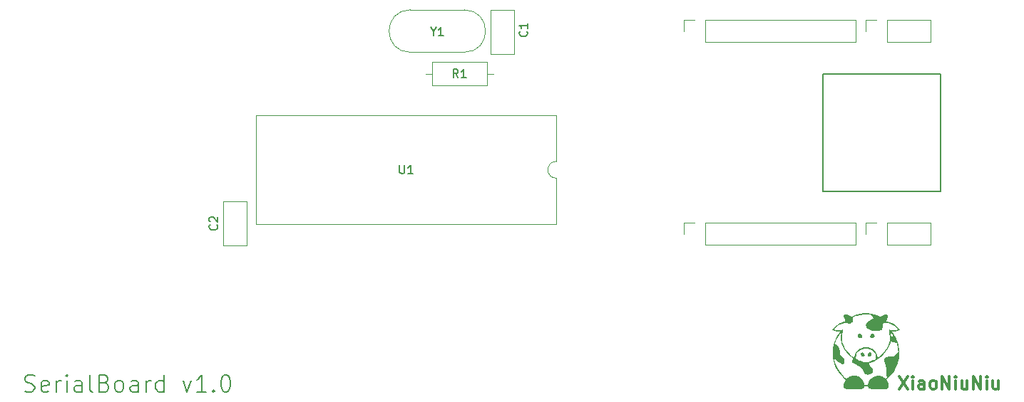
<source format=gbr>
%TF.GenerationSoftware,KiCad,Pcbnew,7.0.6*%
%TF.CreationDate,2023-07-08T15:29:37+08:00*%
%TF.ProjectId,SerialBoard,53657269-616c-4426-9f61-72642e6b6963,rev?*%
%TF.SameCoordinates,Original*%
%TF.FileFunction,Legend,Top*%
%TF.FilePolarity,Positive*%
%FSLAX46Y46*%
G04 Gerber Fmt 4.6, Leading zero omitted, Abs format (unit mm)*
G04 Created by KiCad (PCBNEW 7.0.6) date 2023-07-08 15:29:37*
%MOMM*%
%LPD*%
G01*
G04 APERTURE LIST*
%ADD10C,0.150000*%
%ADD11C,0.300000*%
%ADD12C,0.120000*%
G04 APERTURE END LIST*
D10*
X191770000Y-85090000D02*
X205740000Y-85090000D01*
X205740000Y-99060000D01*
X191770000Y-99060000D01*
X191770000Y-85090000D01*
X96999636Y-122842200D02*
X97285350Y-122937438D01*
X97285350Y-122937438D02*
X97761541Y-122937438D01*
X97761541Y-122937438D02*
X97952017Y-122842200D01*
X97952017Y-122842200D02*
X98047255Y-122746961D01*
X98047255Y-122746961D02*
X98142493Y-122556485D01*
X98142493Y-122556485D02*
X98142493Y-122366009D01*
X98142493Y-122366009D02*
X98047255Y-122175533D01*
X98047255Y-122175533D02*
X97952017Y-122080295D01*
X97952017Y-122080295D02*
X97761541Y-121985057D01*
X97761541Y-121985057D02*
X97380588Y-121889819D01*
X97380588Y-121889819D02*
X97190112Y-121794580D01*
X97190112Y-121794580D02*
X97094874Y-121699342D01*
X97094874Y-121699342D02*
X96999636Y-121508866D01*
X96999636Y-121508866D02*
X96999636Y-121318390D01*
X96999636Y-121318390D02*
X97094874Y-121127914D01*
X97094874Y-121127914D02*
X97190112Y-121032676D01*
X97190112Y-121032676D02*
X97380588Y-120937438D01*
X97380588Y-120937438D02*
X97856779Y-120937438D01*
X97856779Y-120937438D02*
X98142493Y-121032676D01*
X99761541Y-122842200D02*
X99571065Y-122937438D01*
X99571065Y-122937438D02*
X99190112Y-122937438D01*
X99190112Y-122937438D02*
X98999636Y-122842200D01*
X98999636Y-122842200D02*
X98904398Y-122651723D01*
X98904398Y-122651723D02*
X98904398Y-121889819D01*
X98904398Y-121889819D02*
X98999636Y-121699342D01*
X98999636Y-121699342D02*
X99190112Y-121604104D01*
X99190112Y-121604104D02*
X99571065Y-121604104D01*
X99571065Y-121604104D02*
X99761541Y-121699342D01*
X99761541Y-121699342D02*
X99856779Y-121889819D01*
X99856779Y-121889819D02*
X99856779Y-122080295D01*
X99856779Y-122080295D02*
X98904398Y-122270771D01*
X100713922Y-122937438D02*
X100713922Y-121604104D01*
X100713922Y-121985057D02*
X100809160Y-121794580D01*
X100809160Y-121794580D02*
X100904398Y-121699342D01*
X100904398Y-121699342D02*
X101094874Y-121604104D01*
X101094874Y-121604104D02*
X101285351Y-121604104D01*
X101952017Y-122937438D02*
X101952017Y-121604104D01*
X101952017Y-120937438D02*
X101856779Y-121032676D01*
X101856779Y-121032676D02*
X101952017Y-121127914D01*
X101952017Y-121127914D02*
X102047255Y-121032676D01*
X102047255Y-121032676D02*
X101952017Y-120937438D01*
X101952017Y-120937438D02*
X101952017Y-121127914D01*
X103761541Y-122937438D02*
X103761541Y-121889819D01*
X103761541Y-121889819D02*
X103666303Y-121699342D01*
X103666303Y-121699342D02*
X103475827Y-121604104D01*
X103475827Y-121604104D02*
X103094874Y-121604104D01*
X103094874Y-121604104D02*
X102904398Y-121699342D01*
X103761541Y-122842200D02*
X103571065Y-122937438D01*
X103571065Y-122937438D02*
X103094874Y-122937438D01*
X103094874Y-122937438D02*
X102904398Y-122842200D01*
X102904398Y-122842200D02*
X102809160Y-122651723D01*
X102809160Y-122651723D02*
X102809160Y-122461247D01*
X102809160Y-122461247D02*
X102904398Y-122270771D01*
X102904398Y-122270771D02*
X103094874Y-122175533D01*
X103094874Y-122175533D02*
X103571065Y-122175533D01*
X103571065Y-122175533D02*
X103761541Y-122080295D01*
X104999636Y-122937438D02*
X104809160Y-122842200D01*
X104809160Y-122842200D02*
X104713922Y-122651723D01*
X104713922Y-122651723D02*
X104713922Y-120937438D01*
X106428208Y-121889819D02*
X106713922Y-121985057D01*
X106713922Y-121985057D02*
X106809160Y-122080295D01*
X106809160Y-122080295D02*
X106904398Y-122270771D01*
X106904398Y-122270771D02*
X106904398Y-122556485D01*
X106904398Y-122556485D02*
X106809160Y-122746961D01*
X106809160Y-122746961D02*
X106713922Y-122842200D01*
X106713922Y-122842200D02*
X106523446Y-122937438D01*
X106523446Y-122937438D02*
X105761541Y-122937438D01*
X105761541Y-122937438D02*
X105761541Y-120937438D01*
X105761541Y-120937438D02*
X106428208Y-120937438D01*
X106428208Y-120937438D02*
X106618684Y-121032676D01*
X106618684Y-121032676D02*
X106713922Y-121127914D01*
X106713922Y-121127914D02*
X106809160Y-121318390D01*
X106809160Y-121318390D02*
X106809160Y-121508866D01*
X106809160Y-121508866D02*
X106713922Y-121699342D01*
X106713922Y-121699342D02*
X106618684Y-121794580D01*
X106618684Y-121794580D02*
X106428208Y-121889819D01*
X106428208Y-121889819D02*
X105761541Y-121889819D01*
X108047255Y-122937438D02*
X107856779Y-122842200D01*
X107856779Y-122842200D02*
X107761541Y-122746961D01*
X107761541Y-122746961D02*
X107666303Y-122556485D01*
X107666303Y-122556485D02*
X107666303Y-121985057D01*
X107666303Y-121985057D02*
X107761541Y-121794580D01*
X107761541Y-121794580D02*
X107856779Y-121699342D01*
X107856779Y-121699342D02*
X108047255Y-121604104D01*
X108047255Y-121604104D02*
X108332970Y-121604104D01*
X108332970Y-121604104D02*
X108523446Y-121699342D01*
X108523446Y-121699342D02*
X108618684Y-121794580D01*
X108618684Y-121794580D02*
X108713922Y-121985057D01*
X108713922Y-121985057D02*
X108713922Y-122556485D01*
X108713922Y-122556485D02*
X108618684Y-122746961D01*
X108618684Y-122746961D02*
X108523446Y-122842200D01*
X108523446Y-122842200D02*
X108332970Y-122937438D01*
X108332970Y-122937438D02*
X108047255Y-122937438D01*
X110428208Y-122937438D02*
X110428208Y-121889819D01*
X110428208Y-121889819D02*
X110332970Y-121699342D01*
X110332970Y-121699342D02*
X110142494Y-121604104D01*
X110142494Y-121604104D02*
X109761541Y-121604104D01*
X109761541Y-121604104D02*
X109571065Y-121699342D01*
X110428208Y-122842200D02*
X110237732Y-122937438D01*
X110237732Y-122937438D02*
X109761541Y-122937438D01*
X109761541Y-122937438D02*
X109571065Y-122842200D01*
X109571065Y-122842200D02*
X109475827Y-122651723D01*
X109475827Y-122651723D02*
X109475827Y-122461247D01*
X109475827Y-122461247D02*
X109571065Y-122270771D01*
X109571065Y-122270771D02*
X109761541Y-122175533D01*
X109761541Y-122175533D02*
X110237732Y-122175533D01*
X110237732Y-122175533D02*
X110428208Y-122080295D01*
X111380589Y-122937438D02*
X111380589Y-121604104D01*
X111380589Y-121985057D02*
X111475827Y-121794580D01*
X111475827Y-121794580D02*
X111571065Y-121699342D01*
X111571065Y-121699342D02*
X111761541Y-121604104D01*
X111761541Y-121604104D02*
X111952018Y-121604104D01*
X113475827Y-122937438D02*
X113475827Y-120937438D01*
X113475827Y-122842200D02*
X113285351Y-122937438D01*
X113285351Y-122937438D02*
X112904398Y-122937438D01*
X112904398Y-122937438D02*
X112713922Y-122842200D01*
X112713922Y-122842200D02*
X112618684Y-122746961D01*
X112618684Y-122746961D02*
X112523446Y-122556485D01*
X112523446Y-122556485D02*
X112523446Y-121985057D01*
X112523446Y-121985057D02*
X112618684Y-121794580D01*
X112618684Y-121794580D02*
X112713922Y-121699342D01*
X112713922Y-121699342D02*
X112904398Y-121604104D01*
X112904398Y-121604104D02*
X113285351Y-121604104D01*
X113285351Y-121604104D02*
X113475827Y-121699342D01*
X115761542Y-121604104D02*
X116237732Y-122937438D01*
X116237732Y-122937438D02*
X116713923Y-121604104D01*
X118523447Y-122937438D02*
X117380590Y-122937438D01*
X117952018Y-122937438D02*
X117952018Y-120937438D01*
X117952018Y-120937438D02*
X117761542Y-121223152D01*
X117761542Y-121223152D02*
X117571066Y-121413628D01*
X117571066Y-121413628D02*
X117380590Y-121508866D01*
X119380590Y-122746961D02*
X119475828Y-122842200D01*
X119475828Y-122842200D02*
X119380590Y-122937438D01*
X119380590Y-122937438D02*
X119285352Y-122842200D01*
X119285352Y-122842200D02*
X119380590Y-122746961D01*
X119380590Y-122746961D02*
X119380590Y-122937438D01*
X120713923Y-120937438D02*
X120904400Y-120937438D01*
X120904400Y-120937438D02*
X121094876Y-121032676D01*
X121094876Y-121032676D02*
X121190114Y-121127914D01*
X121190114Y-121127914D02*
X121285352Y-121318390D01*
X121285352Y-121318390D02*
X121380590Y-121699342D01*
X121380590Y-121699342D02*
X121380590Y-122175533D01*
X121380590Y-122175533D02*
X121285352Y-122556485D01*
X121285352Y-122556485D02*
X121190114Y-122746961D01*
X121190114Y-122746961D02*
X121094876Y-122842200D01*
X121094876Y-122842200D02*
X120904400Y-122937438D01*
X120904400Y-122937438D02*
X120713923Y-122937438D01*
X120713923Y-122937438D02*
X120523447Y-122842200D01*
X120523447Y-122842200D02*
X120428209Y-122746961D01*
X120428209Y-122746961D02*
X120332971Y-122556485D01*
X120332971Y-122556485D02*
X120237733Y-122175533D01*
X120237733Y-122175533D02*
X120237733Y-121699342D01*
X120237733Y-121699342D02*
X120332971Y-121318390D01*
X120332971Y-121318390D02*
X120428209Y-121127914D01*
X120428209Y-121127914D02*
X120523447Y-121032676D01*
X120523447Y-121032676D02*
X120713923Y-120937438D01*
D11*
X200805144Y-121085431D02*
X201821144Y-122609431D01*
X201821144Y-121085431D02*
X200805144Y-122609431D01*
X202401716Y-122609431D02*
X202401716Y-121593431D01*
X202401716Y-121085431D02*
X202329144Y-121158002D01*
X202329144Y-121158002D02*
X202401716Y-121230574D01*
X202401716Y-121230574D02*
X202474287Y-121158002D01*
X202474287Y-121158002D02*
X202401716Y-121085431D01*
X202401716Y-121085431D02*
X202401716Y-121230574D01*
X203780573Y-122609431D02*
X203780573Y-121811145D01*
X203780573Y-121811145D02*
X203708001Y-121666002D01*
X203708001Y-121666002D02*
X203562858Y-121593431D01*
X203562858Y-121593431D02*
X203272573Y-121593431D01*
X203272573Y-121593431D02*
X203127430Y-121666002D01*
X203780573Y-122536860D02*
X203635430Y-122609431D01*
X203635430Y-122609431D02*
X203272573Y-122609431D01*
X203272573Y-122609431D02*
X203127430Y-122536860D01*
X203127430Y-122536860D02*
X203054858Y-122391717D01*
X203054858Y-122391717D02*
X203054858Y-122246574D01*
X203054858Y-122246574D02*
X203127430Y-122101431D01*
X203127430Y-122101431D02*
X203272573Y-122028860D01*
X203272573Y-122028860D02*
X203635430Y-122028860D01*
X203635430Y-122028860D02*
X203780573Y-121956288D01*
X204724001Y-122609431D02*
X204578858Y-122536860D01*
X204578858Y-122536860D02*
X204506287Y-122464288D01*
X204506287Y-122464288D02*
X204433715Y-122319145D01*
X204433715Y-122319145D02*
X204433715Y-121883717D01*
X204433715Y-121883717D02*
X204506287Y-121738574D01*
X204506287Y-121738574D02*
X204578858Y-121666002D01*
X204578858Y-121666002D02*
X204724001Y-121593431D01*
X204724001Y-121593431D02*
X204941715Y-121593431D01*
X204941715Y-121593431D02*
X205086858Y-121666002D01*
X205086858Y-121666002D02*
X205159430Y-121738574D01*
X205159430Y-121738574D02*
X205232001Y-121883717D01*
X205232001Y-121883717D02*
X205232001Y-122319145D01*
X205232001Y-122319145D02*
X205159430Y-122464288D01*
X205159430Y-122464288D02*
X205086858Y-122536860D01*
X205086858Y-122536860D02*
X204941715Y-122609431D01*
X204941715Y-122609431D02*
X204724001Y-122609431D01*
X205885144Y-122609431D02*
X205885144Y-121085431D01*
X205885144Y-121085431D02*
X206756001Y-122609431D01*
X206756001Y-122609431D02*
X206756001Y-121085431D01*
X207481715Y-122609431D02*
X207481715Y-121593431D01*
X207481715Y-121085431D02*
X207409143Y-121158002D01*
X207409143Y-121158002D02*
X207481715Y-121230574D01*
X207481715Y-121230574D02*
X207554286Y-121158002D01*
X207554286Y-121158002D02*
X207481715Y-121085431D01*
X207481715Y-121085431D02*
X207481715Y-121230574D01*
X208860572Y-121593431D02*
X208860572Y-122609431D01*
X208207429Y-121593431D02*
X208207429Y-122391717D01*
X208207429Y-122391717D02*
X208280000Y-122536860D01*
X208280000Y-122536860D02*
X208425143Y-122609431D01*
X208425143Y-122609431D02*
X208642857Y-122609431D01*
X208642857Y-122609431D02*
X208788000Y-122536860D01*
X208788000Y-122536860D02*
X208860572Y-122464288D01*
X209586286Y-122609431D02*
X209586286Y-121085431D01*
X209586286Y-121085431D02*
X210457143Y-122609431D01*
X210457143Y-122609431D02*
X210457143Y-121085431D01*
X211182857Y-122609431D02*
X211182857Y-121593431D01*
X211182857Y-121085431D02*
X211110285Y-121158002D01*
X211110285Y-121158002D02*
X211182857Y-121230574D01*
X211182857Y-121230574D02*
X211255428Y-121158002D01*
X211255428Y-121158002D02*
X211182857Y-121085431D01*
X211182857Y-121085431D02*
X211182857Y-121230574D01*
X212561714Y-121593431D02*
X212561714Y-122609431D01*
X211908571Y-121593431D02*
X211908571Y-122391717D01*
X211908571Y-122391717D02*
X211981142Y-122536860D01*
X211981142Y-122536860D02*
X212126285Y-122609431D01*
X212126285Y-122609431D02*
X212343999Y-122609431D01*
X212343999Y-122609431D02*
X212489142Y-122536860D01*
X212489142Y-122536860D02*
X212561714Y-122464288D01*
D10*
X141478095Y-95974819D02*
X141478095Y-96784342D01*
X141478095Y-96784342D02*
X141525714Y-96879580D01*
X141525714Y-96879580D02*
X141573333Y-96927200D01*
X141573333Y-96927200D02*
X141668571Y-96974819D01*
X141668571Y-96974819D02*
X141859047Y-96974819D01*
X141859047Y-96974819D02*
X141954285Y-96927200D01*
X141954285Y-96927200D02*
X142001904Y-96879580D01*
X142001904Y-96879580D02*
X142049523Y-96784342D01*
X142049523Y-96784342D02*
X142049523Y-95974819D01*
X143049523Y-96974819D02*
X142478095Y-96974819D01*
X142763809Y-96974819D02*
X142763809Y-95974819D01*
X142763809Y-95974819D02*
X142668571Y-96117676D01*
X142668571Y-96117676D02*
X142573333Y-96212914D01*
X142573333Y-96212914D02*
X142478095Y-96260533D01*
X119779580Y-103056666D02*
X119827200Y-103104285D01*
X119827200Y-103104285D02*
X119874819Y-103247142D01*
X119874819Y-103247142D02*
X119874819Y-103342380D01*
X119874819Y-103342380D02*
X119827200Y-103485237D01*
X119827200Y-103485237D02*
X119731961Y-103580475D01*
X119731961Y-103580475D02*
X119636723Y-103628094D01*
X119636723Y-103628094D02*
X119446247Y-103675713D01*
X119446247Y-103675713D02*
X119303390Y-103675713D01*
X119303390Y-103675713D02*
X119112914Y-103628094D01*
X119112914Y-103628094D02*
X119017676Y-103580475D01*
X119017676Y-103580475D02*
X118922438Y-103485237D01*
X118922438Y-103485237D02*
X118874819Y-103342380D01*
X118874819Y-103342380D02*
X118874819Y-103247142D01*
X118874819Y-103247142D02*
X118922438Y-103104285D01*
X118922438Y-103104285D02*
X118970057Y-103056666D01*
X118970057Y-102675713D02*
X118922438Y-102628094D01*
X118922438Y-102628094D02*
X118874819Y-102532856D01*
X118874819Y-102532856D02*
X118874819Y-102294761D01*
X118874819Y-102294761D02*
X118922438Y-102199523D01*
X118922438Y-102199523D02*
X118970057Y-102151904D01*
X118970057Y-102151904D02*
X119065295Y-102104285D01*
X119065295Y-102104285D02*
X119160533Y-102104285D01*
X119160533Y-102104285D02*
X119303390Y-102151904D01*
X119303390Y-102151904D02*
X119874819Y-102723332D01*
X119874819Y-102723332D02*
X119874819Y-102104285D01*
X156569580Y-80049666D02*
X156617200Y-80097285D01*
X156617200Y-80097285D02*
X156664819Y-80240142D01*
X156664819Y-80240142D02*
X156664819Y-80335380D01*
X156664819Y-80335380D02*
X156617200Y-80478237D01*
X156617200Y-80478237D02*
X156521961Y-80573475D01*
X156521961Y-80573475D02*
X156426723Y-80621094D01*
X156426723Y-80621094D02*
X156236247Y-80668713D01*
X156236247Y-80668713D02*
X156093390Y-80668713D01*
X156093390Y-80668713D02*
X155902914Y-80621094D01*
X155902914Y-80621094D02*
X155807676Y-80573475D01*
X155807676Y-80573475D02*
X155712438Y-80478237D01*
X155712438Y-80478237D02*
X155664819Y-80335380D01*
X155664819Y-80335380D02*
X155664819Y-80240142D01*
X155664819Y-80240142D02*
X155712438Y-80097285D01*
X155712438Y-80097285D02*
X155760057Y-80049666D01*
X156664819Y-79097285D02*
X156664819Y-79668713D01*
X156664819Y-79382999D02*
X155664819Y-79382999D01*
X155664819Y-79382999D02*
X155807676Y-79478237D01*
X155807676Y-79478237D02*
X155902914Y-79573475D01*
X155902914Y-79573475D02*
X155950533Y-79668713D01*
X145473809Y-80075628D02*
X145473809Y-80551819D01*
X145140476Y-79551819D02*
X145473809Y-80075628D01*
X145473809Y-80075628D02*
X145807142Y-79551819D01*
X146664285Y-80551819D02*
X146092857Y-80551819D01*
X146378571Y-80551819D02*
X146378571Y-79551819D01*
X146378571Y-79551819D02*
X146283333Y-79694676D01*
X146283333Y-79694676D02*
X146188095Y-79789914D01*
X146188095Y-79789914D02*
X146092857Y-79837533D01*
X148423333Y-85544819D02*
X148090000Y-85068628D01*
X147851905Y-85544819D02*
X147851905Y-84544819D01*
X147851905Y-84544819D02*
X148232857Y-84544819D01*
X148232857Y-84544819D02*
X148328095Y-84592438D01*
X148328095Y-84592438D02*
X148375714Y-84640057D01*
X148375714Y-84640057D02*
X148423333Y-84735295D01*
X148423333Y-84735295D02*
X148423333Y-84878152D01*
X148423333Y-84878152D02*
X148375714Y-84973390D01*
X148375714Y-84973390D02*
X148328095Y-85021009D01*
X148328095Y-85021009D02*
X148232857Y-85068628D01*
X148232857Y-85068628D02*
X147851905Y-85068628D01*
X149375714Y-85544819D02*
X148804286Y-85544819D01*
X149090000Y-85544819D02*
X149090000Y-84544819D01*
X149090000Y-84544819D02*
X148994762Y-84687676D01*
X148994762Y-84687676D02*
X148899524Y-84782914D01*
X148899524Y-84782914D02*
X148804286Y-84830533D01*
%TO.C,XiaoNiuNiu*%
G36*
X197710799Y-116045460D02*
G01*
X197795540Y-116100643D01*
X197852926Y-116183313D01*
X197874956Y-116282455D01*
X197853631Y-116387057D01*
X197791950Y-116475577D01*
X197685669Y-116547394D01*
X197573038Y-116561303D01*
X197462022Y-116516340D01*
X197461036Y-116515652D01*
X197383216Y-116428675D01*
X197351606Y-116321161D01*
X197365058Y-116210358D01*
X197422425Y-116113514D01*
X197491253Y-116061607D01*
X197606703Y-116028777D01*
X197710799Y-116045460D01*
G37*
G36*
X196198901Y-116046764D02*
G01*
X196286648Y-116096597D01*
X196351223Y-116173366D01*
X196381214Y-116269849D01*
X196365209Y-116378824D01*
X196351305Y-116409870D01*
X196271264Y-116512021D01*
X196171109Y-116560591D01*
X196061651Y-116553860D01*
X195953700Y-116490108D01*
X195938361Y-116475577D01*
X195866400Y-116369253D01*
X195853327Y-116257168D01*
X195899676Y-116145974D01*
X195910751Y-116131092D01*
X195999541Y-116056790D01*
X196099395Y-116031088D01*
X196198901Y-116046764D01*
G37*
G36*
X196462141Y-118227826D02*
G01*
X196566281Y-118291951D01*
X196642932Y-118386038D01*
X196686687Y-118495063D01*
X196692142Y-118604000D01*
X196653892Y-118697825D01*
X196637828Y-118716205D01*
X196557878Y-118768239D01*
X196472580Y-118764366D01*
X196374263Y-118704122D01*
X196369385Y-118700058D01*
X196291323Y-118609444D01*
X196239156Y-118500506D01*
X196221841Y-118395396D01*
X196228745Y-118352150D01*
X196280737Y-118271428D01*
X196362616Y-118225103D01*
X196452830Y-118224656D01*
X196462141Y-118227826D01*
G37*
G36*
X197356748Y-118209096D02*
G01*
X197411829Y-118247845D01*
X197425895Y-118261551D01*
X197475855Y-118350497D01*
X197482601Y-118459870D01*
X197450519Y-118572558D01*
X197383994Y-118671448D01*
X197305646Y-118730847D01*
X197211378Y-118769650D01*
X197143640Y-118767328D01*
X197083223Y-118722536D01*
X197076057Y-118714802D01*
X197028888Y-118621536D01*
X197027097Y-118510448D01*
X197065853Y-118397680D01*
X197140323Y-118299377D01*
X197216719Y-118244847D01*
X197299680Y-118208733D01*
X197356748Y-118209096D01*
G37*
G36*
X197490521Y-113640009D02*
G01*
X197915821Y-113735233D01*
X198316320Y-113879487D01*
X198349899Y-113894462D01*
X198535681Y-113978700D01*
X198730967Y-113878102D01*
X198923661Y-113792234D01*
X199095760Y-113741874D01*
X199240864Y-113727487D01*
X199352572Y-113749537D01*
X199424483Y-113808488D01*
X199434615Y-113827084D01*
X199450786Y-113921391D01*
X199436250Y-114052759D01*
X199393915Y-114207804D01*
X199326689Y-114373139D01*
X199307532Y-114412159D01*
X199260841Y-114518793D01*
X199244498Y-114591401D01*
X199258713Y-114623850D01*
X199300674Y-114611919D01*
X199362031Y-114601826D01*
X199465360Y-114613811D01*
X199597628Y-114644476D01*
X199745797Y-114690424D01*
X199896834Y-114748257D01*
X199995174Y-114792955D01*
X200137158Y-114867408D01*
X200259309Y-114944762D01*
X200379583Y-115038048D01*
X200515937Y-115160297D01*
X200563491Y-115205358D01*
X200671002Y-115312060D01*
X200760217Y-115408074D01*
X200822784Y-115483853D01*
X200850350Y-115529849D01*
X200850955Y-115533920D01*
X200822801Y-115577939D01*
X200746239Y-115624909D01*
X200633120Y-115671160D01*
X200495292Y-115713019D01*
X200344605Y-115746815D01*
X200192909Y-115768876D01*
X200070818Y-115775661D01*
X199912042Y-115776109D01*
X200075779Y-116004312D01*
X200333063Y-116414685D01*
X200538207Y-116855880D01*
X200691045Y-117327513D01*
X200734779Y-117511867D01*
X200776378Y-117772212D01*
X200799765Y-118067705D01*
X200804985Y-118378340D01*
X200792080Y-118684109D01*
X200761095Y-118965005D01*
X200731284Y-119124754D01*
X200592653Y-119609902D01*
X200403764Y-120061433D01*
X200163737Y-120480894D01*
X199871694Y-120869835D01*
X199545196Y-121212539D01*
X199269204Y-121472347D01*
X199332218Y-121560842D01*
X199440636Y-121757133D01*
X199512606Y-121981512D01*
X199536386Y-122141265D01*
X199538564Y-122291386D01*
X199513990Y-122399136D01*
X199454928Y-122479708D01*
X199353643Y-122548290D01*
X199320287Y-122565608D01*
X199269650Y-122589803D01*
X199221045Y-122608366D01*
X199165582Y-122622185D01*
X199094369Y-122632150D01*
X198998517Y-122639150D01*
X198869135Y-122644074D01*
X198697333Y-122647812D01*
X198474220Y-122651253D01*
X198462371Y-122651422D01*
X198141201Y-122653260D01*
X197874809Y-122648033D01*
X197657637Y-122634568D01*
X197484130Y-122611691D01*
X197348730Y-122578229D01*
X197245882Y-122533007D01*
X197170030Y-122474853D01*
X197115616Y-122402593D01*
X197095566Y-122362745D01*
X197068526Y-122309335D01*
X197036172Y-122281469D01*
X196980496Y-122271858D01*
X196883489Y-122273209D01*
X196875144Y-122273510D01*
X196774023Y-122279436D01*
X196714498Y-122294041D01*
X196677548Y-122326520D01*
X196644733Y-122384900D01*
X196566134Y-122484984D01*
X196439879Y-122561309D01*
X196261358Y-122616465D01*
X196215289Y-122625887D01*
X196116992Y-122637718D01*
X195972029Y-122646343D01*
X195792228Y-122651866D01*
X195589414Y-122654388D01*
X195375414Y-122654014D01*
X195162054Y-122650847D01*
X194961160Y-122644990D01*
X194784558Y-122636546D01*
X194644074Y-122625619D01*
X194551535Y-122612312D01*
X194547264Y-122611319D01*
X194392196Y-122555923D01*
X194288593Y-122473333D01*
X194230761Y-122356556D01*
X194213007Y-122200650D01*
X194231649Y-122015338D01*
X194282268Y-121824890D01*
X194356903Y-121655843D01*
X194394185Y-121596640D01*
X194459158Y-121505394D01*
X194098702Y-121148926D01*
X193838562Y-120874524D01*
X193622890Y-120606993D01*
X193439950Y-120330491D01*
X193295643Y-120065012D01*
X193111079Y-119627467D01*
X192982523Y-119173828D01*
X192948286Y-118956474D01*
X193072363Y-118956474D01*
X193079361Y-119007543D01*
X193098601Y-119097469D01*
X193126535Y-119216324D01*
X193253348Y-119629024D01*
X193432311Y-120034224D01*
X193656704Y-120421026D01*
X193919807Y-120778531D01*
X194214899Y-121095842D01*
X194371621Y-121235419D01*
X194548044Y-121382240D01*
X194698987Y-121273799D01*
X194938992Y-121136225D01*
X195192162Y-121054874D01*
X195450936Y-121029141D01*
X195707753Y-121058425D01*
X195955051Y-121142120D01*
X196185270Y-121279623D01*
X196328572Y-121403918D01*
X196465934Y-121568847D01*
X196574637Y-121754615D01*
X196644238Y-121941751D01*
X196660133Y-122022069D01*
X196676120Y-122141265D01*
X196868569Y-122141265D01*
X196973440Y-122139727D01*
X197032971Y-122131091D01*
X197062432Y-122109321D01*
X197077093Y-122068381D01*
X197079472Y-122057911D01*
X197145195Y-121827228D01*
X197235169Y-121637306D01*
X197359382Y-121469987D01*
X197458168Y-121369450D01*
X197667949Y-121211541D01*
X197904248Y-121100544D01*
X198155349Y-121040044D01*
X198409539Y-121033623D01*
X198511169Y-121047314D01*
X198644713Y-121081118D01*
X198787127Y-121131935D01*
X198921060Y-121192045D01*
X199029161Y-121253730D01*
X199090907Y-121305259D01*
X199139858Y-121345277D01*
X199194128Y-121341048D01*
X199267833Y-121290491D01*
X199283662Y-121276832D01*
X199337493Y-121222929D01*
X199349631Y-121181650D01*
X199329609Y-121133816D01*
X199312297Y-121071798D01*
X199296905Y-120952239D01*
X199283720Y-120778197D01*
X199273032Y-120552731D01*
X199271835Y-120519665D01*
X199264571Y-120323562D01*
X199257098Y-120174751D01*
X199247344Y-120059933D01*
X199233238Y-119965810D01*
X199212707Y-119879082D01*
X199183681Y-119786450D01*
X199144087Y-119674614D01*
X199137277Y-119655823D01*
X199070761Y-119454782D01*
X199032478Y-119293351D01*
X199019503Y-119160859D01*
X199021345Y-119056865D01*
X199035773Y-118990443D01*
X199071008Y-118938705D01*
X199114077Y-118897515D01*
X199205540Y-118831126D01*
X199313581Y-118786115D01*
X199450754Y-118759371D01*
X199629618Y-118747783D01*
X199722871Y-118746684D01*
X199887209Y-118741227D01*
X200019426Y-118726140D01*
X200101749Y-118704504D01*
X200165340Y-118664289D01*
X200254674Y-118591425D01*
X200355015Y-118498387D01*
X200405992Y-118446867D01*
X200497151Y-118355041D01*
X200574951Y-118282673D01*
X200628767Y-118239335D01*
X200645383Y-118231241D01*
X200661423Y-118203306D01*
X200667274Y-118126942D01*
X200663867Y-118013314D01*
X200652138Y-117873584D01*
X200633018Y-117718915D01*
X200607442Y-117560470D01*
X200576848Y-117411581D01*
X200547431Y-117288051D01*
X200522533Y-117188888D01*
X200505575Y-117127440D01*
X200500620Y-117114210D01*
X200468351Y-117104321D01*
X200391471Y-117087782D01*
X200285182Y-117067803D01*
X200259835Y-117063347D01*
X200136768Y-117037176D01*
X200028106Y-117005658D01*
X199955582Y-116975194D01*
X199951097Y-116972414D01*
X199912043Y-116943181D01*
X199890066Y-116909015D01*
X199881662Y-116854367D01*
X199883330Y-116763688D01*
X199887447Y-116689863D01*
X199911436Y-116496075D01*
X199958887Y-116347206D01*
X199969051Y-116326333D01*
X200005313Y-116239197D01*
X200020387Y-116167697D01*
X200017902Y-116145306D01*
X199989823Y-116093855D01*
X199940966Y-116021162D01*
X199883734Y-115943758D01*
X199830533Y-115878175D01*
X199793768Y-115840943D01*
X199787045Y-115837667D01*
X199781328Y-115864027D01*
X199785979Y-115932843D01*
X199794754Y-115995859D01*
X199814609Y-116165938D01*
X199825342Y-116363886D01*
X199827211Y-116572634D01*
X199820473Y-116775112D01*
X199805387Y-116954253D01*
X199782211Y-117092988D01*
X199777916Y-117109761D01*
X199647639Y-117474740D01*
X199460335Y-117830274D01*
X199219358Y-118172337D01*
X198928059Y-118496901D01*
X198589790Y-118799936D01*
X198207903Y-119077415D01*
X198066022Y-119166861D01*
X197947494Y-119233905D01*
X197809499Y-119304330D01*
X197665367Y-119372212D01*
X197528431Y-119431627D01*
X197412022Y-119476650D01*
X197329472Y-119501359D01*
X197306698Y-119504272D01*
X197268931Y-119529566D01*
X197233090Y-119588236D01*
X197214177Y-119654465D01*
X197213723Y-119664288D01*
X197232893Y-119704008D01*
X197284481Y-119776239D01*
X197359604Y-119869116D01*
X197413775Y-119931496D01*
X197542211Y-120084072D01*
X197628680Y-120208964D01*
X197678759Y-120316095D01*
X197698028Y-120415391D01*
X197698688Y-120438434D01*
X197670427Y-120559155D01*
X197593571Y-120670023D01*
X197480011Y-120765229D01*
X197341638Y-120838961D01*
X197190343Y-120885409D01*
X197038017Y-120898764D01*
X196896550Y-120873213D01*
X196850062Y-120853110D01*
X196744628Y-120771705D01*
X196650341Y-120650649D01*
X196583155Y-120510722D01*
X196580141Y-120501578D01*
X196516779Y-120349178D01*
X196425342Y-120209464D01*
X196299628Y-120076772D01*
X196133434Y-119945436D01*
X195920560Y-119809794D01*
X195674388Y-119674363D01*
X195471282Y-119562641D01*
X195323678Y-119467999D01*
X195229415Y-119388801D01*
X195186335Y-119323413D01*
X195182936Y-119302148D01*
X195199399Y-119223179D01*
X195239751Y-119131385D01*
X195290431Y-119053644D01*
X195324069Y-119022403D01*
X195362831Y-118993907D01*
X195349020Y-118971118D01*
X195326294Y-118956837D01*
X195187362Y-118859447D01*
X195025128Y-118722843D01*
X194850347Y-118557961D01*
X194673776Y-118375732D01*
X194506172Y-118187093D01*
X194358293Y-118002978D01*
X194278196Y-117891429D01*
X194193229Y-117747078D01*
X194104932Y-117565236D01*
X194022579Y-117367707D01*
X193955447Y-117176295D01*
X193921174Y-117052075D01*
X193899775Y-116918057D01*
X193885481Y-116743007D01*
X193878553Y-116546125D01*
X193879253Y-116346612D01*
X193887841Y-116163669D01*
X193904580Y-116016496D01*
X193906906Y-116003442D01*
X193922374Y-115912574D01*
X193926116Y-115857196D01*
X193914529Y-115839913D01*
X193884006Y-115863330D01*
X193830942Y-115930052D01*
X193751732Y-116042683D01*
X193655216Y-116185298D01*
X193496135Y-116437812D01*
X193369889Y-116676673D01*
X193263085Y-116927443D01*
X193254428Y-116950250D01*
X193208539Y-117080336D01*
X193188874Y-117168304D01*
X193196801Y-117227332D01*
X193233688Y-117270594D01*
X193291418Y-117306206D01*
X193410365Y-117390192D01*
X193525411Y-117505247D01*
X193621239Y-117633088D01*
X193682527Y-117755431D01*
X193690547Y-117782562D01*
X193709353Y-117874211D01*
X193731112Y-118002401D01*
X193751885Y-118143446D01*
X193757098Y-118182864D01*
X193778215Y-118319534D01*
X193804003Y-118446422D01*
X193829844Y-118541706D01*
X193837280Y-118561742D01*
X193906080Y-118683595D01*
X193995573Y-118783167D01*
X194090229Y-118844105D01*
X194112204Y-118851218D01*
X194186134Y-118898463D01*
X194242473Y-118989228D01*
X194280231Y-119109097D01*
X194298416Y-119243656D01*
X194296039Y-119378488D01*
X194272108Y-119499180D01*
X194225636Y-119591317D01*
X194166184Y-119636995D01*
X194085475Y-119654830D01*
X193998769Y-119644631D01*
X193899602Y-119602788D01*
X193781509Y-119525688D01*
X193638026Y-119409720D01*
X193462687Y-119251273D01*
X193443466Y-119233249D01*
X193327005Y-119125546D01*
X193224948Y-119034544D01*
X193145850Y-118967615D01*
X193098268Y-118932131D01*
X193089645Y-118928377D01*
X193076245Y-118933629D01*
X193072363Y-118956474D01*
X192948286Y-118956474D01*
X192909435Y-118709841D01*
X192891274Y-118241253D01*
X192927498Y-117773811D01*
X193017568Y-117313262D01*
X193160942Y-116865352D01*
X193357078Y-116435828D01*
X193605438Y-116030436D01*
X193685735Y-115920083D01*
X193794472Y-115776109D01*
X193632439Y-115775661D01*
X193488248Y-115766648D01*
X193335179Y-115742786D01*
X193185031Y-115707717D01*
X193049604Y-115665082D01*
X192940696Y-115618522D01*
X192870107Y-115571678D01*
X192849046Y-115533920D01*
X192869303Y-115495141D01*
X193061217Y-115495141D01*
X193088881Y-115519314D01*
X193162019Y-115546809D01*
X193265853Y-115574284D01*
X193385603Y-115598401D01*
X193506491Y-115615818D01*
X193613738Y-115623195D01*
X193627941Y-115623228D01*
X193747300Y-115612509D01*
X193866009Y-115587429D01*
X193894750Y-115578219D01*
X193999860Y-115543218D01*
X194069038Y-115532552D01*
X194106569Y-115553156D01*
X194116737Y-115611967D01*
X194103828Y-115715921D01*
X194073186Y-115867040D01*
X194047832Y-116025681D01*
X194030584Y-116217192D01*
X194021674Y-116424460D01*
X194021337Y-116630373D01*
X194029807Y-116817820D01*
X194047316Y-116969688D01*
X194057443Y-117018830D01*
X194110337Y-117185078D01*
X194190296Y-117379263D01*
X194287767Y-117581014D01*
X194393194Y-117769958D01*
X194455404Y-117867392D01*
X194593652Y-118050173D01*
X194768000Y-118248839D01*
X194963077Y-118447247D01*
X195163516Y-118629253D01*
X195243556Y-118695289D01*
X195470883Y-118876747D01*
X195484975Y-118765245D01*
X195667786Y-118765245D01*
X195671133Y-118884027D01*
X195685162Y-118968066D01*
X195686912Y-118972964D01*
X195727148Y-119015784D01*
X195813849Y-119071888D01*
X195935705Y-119136202D01*
X196081407Y-119203655D01*
X196239646Y-119269171D01*
X196399113Y-119327679D01*
X196548498Y-119374104D01*
X196622673Y-119392741D01*
X196775238Y-119408944D01*
X196960649Y-119400823D01*
X197156851Y-119369754D01*
X197216452Y-119355669D01*
X197351018Y-119315015D01*
X197504467Y-119259188D01*
X197659934Y-119195335D01*
X197800551Y-119130600D01*
X197909453Y-119072132D01*
X197950413Y-119044701D01*
X198006272Y-118966684D01*
X198035837Y-118849316D01*
X198039729Y-118707562D01*
X198018566Y-118556389D01*
X197972969Y-118410763D01*
X197919948Y-118309281D01*
X197762798Y-118121086D01*
X197568996Y-117973419D01*
X197347524Y-117866907D01*
X197107367Y-117802179D01*
X196857510Y-117779862D01*
X196606935Y-117800582D01*
X196364629Y-117864968D01*
X196139573Y-117973647D01*
X195940754Y-118127247D01*
X195900390Y-118168237D01*
X195818735Y-118263967D01*
X195749647Y-118359824D01*
X195711551Y-118427925D01*
X195689023Y-118514446D01*
X195674092Y-118634469D01*
X195667786Y-118765245D01*
X195484975Y-118765245D01*
X195492951Y-118702145D01*
X195520241Y-118567999D01*
X195564391Y-118426161D01*
X195588743Y-118366505D01*
X195722036Y-118144933D01*
X195903150Y-117958998D01*
X196133148Y-117807789D01*
X196352303Y-117711487D01*
X196530367Y-117666753D01*
X196742057Y-117644559D01*
X196964724Y-117644905D01*
X197175718Y-117667791D01*
X197347697Y-117711487D01*
X197607392Y-117831500D01*
X197826093Y-117985206D01*
X197999617Y-118167860D01*
X198123786Y-118374719D01*
X198194417Y-118601038D01*
X198205827Y-118685195D01*
X198217719Y-118781252D01*
X198231988Y-118847384D01*
X198243501Y-118867756D01*
X198273599Y-118849400D01*
X198340226Y-118799351D01*
X198433690Y-118725144D01*
X198544298Y-118634310D01*
X198550121Y-118629453D01*
X198869453Y-118332667D01*
X199141427Y-118016382D01*
X199362740Y-117685546D01*
X199530087Y-117345108D01*
X199640165Y-117000016D01*
X199641271Y-116995230D01*
X199659315Y-116871041D01*
X199669035Y-116703517D01*
X199670692Y-116509335D01*
X199664552Y-116305169D01*
X199650878Y-116107695D01*
X199629935Y-115933588D01*
X199623895Y-115897350D01*
X199596203Y-115734794D01*
X199583919Y-115624653D01*
X199591095Y-115559795D01*
X199621785Y-115533087D01*
X199680042Y-115537398D01*
X199769919Y-115565593D01*
X199805251Y-115578219D01*
X199914748Y-115606106D01*
X200038751Y-115621971D01*
X200072060Y-115623228D01*
X200175933Y-115617672D01*
X200295698Y-115601568D01*
X200416576Y-115578256D01*
X200523787Y-115551076D01*
X200602552Y-115523369D01*
X200638093Y-115498474D01*
X200638783Y-115495141D01*
X200615900Y-115452817D01*
X200554165Y-115384400D01*
X200463953Y-115299178D01*
X200355637Y-115206439D01*
X200239591Y-115115471D01*
X200126189Y-115035561D01*
X200123509Y-115033806D01*
X199844580Y-114882773D01*
X199548805Y-114785907D01*
X199335442Y-114748982D01*
X199205667Y-114736701D01*
X199119407Y-114737849D01*
X199060885Y-114753232D01*
X199040983Y-114764005D01*
X198966807Y-114796895D01*
X198915780Y-114806181D01*
X198888186Y-114811915D01*
X198869947Y-114836595D01*
X198858258Y-114891441D01*
X198850316Y-114987672D01*
X198845389Y-115087860D01*
X198829431Y-115275557D01*
X198796918Y-115415104D01*
X198742600Y-115517906D01*
X198661230Y-115595371D01*
X198592840Y-115636757D01*
X198446854Y-115687367D01*
X198264145Y-115711033D01*
X198056417Y-115710150D01*
X197835373Y-115687111D01*
X197612716Y-115644310D01*
X197400149Y-115584140D01*
X197209375Y-115508994D01*
X197052097Y-115421268D01*
X196940018Y-115323354D01*
X196918198Y-115294240D01*
X196860170Y-115154586D01*
X196851158Y-114996340D01*
X196888732Y-114832970D01*
X196970459Y-114677944D01*
X197045635Y-114588502D01*
X197113516Y-114538924D01*
X197218144Y-114482588D01*
X197338371Y-114430717D01*
X197353787Y-114424980D01*
X197530577Y-114353302D01*
X197649837Y-114285170D01*
X197713986Y-114215146D01*
X197725445Y-114137792D01*
X197686634Y-114047671D01*
X197599974Y-113939343D01*
X197579597Y-113917613D01*
X197430197Y-113760998D01*
X196973173Y-113749851D01*
X196518704Y-113758626D01*
X196106156Y-113808581D01*
X195732435Y-113900296D01*
X195394443Y-114034353D01*
X195356271Y-114053245D01*
X195285929Y-114091836D01*
X195261556Y-114120987D01*
X195274222Y-114156968D01*
X195288073Y-114177510D01*
X195328554Y-114283769D01*
X195327913Y-114412449D01*
X195289928Y-114545240D01*
X195218375Y-114663831D01*
X195179264Y-114704962D01*
X195060811Y-114776863D01*
X194914363Y-114814242D01*
X194765445Y-114811050D01*
X194747309Y-114807357D01*
X194665268Y-114783686D01*
X194609452Y-114758671D01*
X194602814Y-114753458D01*
X194555862Y-114740734D01*
X194465102Y-114741453D01*
X194345345Y-114753621D01*
X194211404Y-114775245D01*
X194078094Y-114804330D01*
X193960227Y-114838884D01*
X193955370Y-114840590D01*
X193834027Y-114891993D01*
X193695075Y-114963183D01*
X193576492Y-115033806D01*
X193463286Y-115113325D01*
X193347180Y-115204132D01*
X193238549Y-115296939D01*
X193147764Y-115382458D01*
X193085201Y-115451402D01*
X193061232Y-115494483D01*
X193061217Y-115495141D01*
X192869303Y-115495141D01*
X192870021Y-115493767D01*
X192927379Y-115422252D01*
X193012766Y-115328923D01*
X193117829Y-115223329D01*
X193136509Y-115205358D01*
X193281346Y-115071678D01*
X193404623Y-114970936D01*
X193524297Y-114890102D01*
X193658326Y-114816145D01*
X193704826Y-114792955D01*
X193873371Y-114719226D01*
X194041564Y-114661251D01*
X194196306Y-114622300D01*
X194324500Y-114605644D01*
X194413047Y-114614556D01*
X194415505Y-114615462D01*
X194449807Y-114618553D01*
X194450687Y-114606417D01*
X194431877Y-114567508D01*
X194393974Y-114489580D01*
X194344495Y-114388082D01*
X194334313Y-114367216D01*
X194248000Y-114145800D01*
X194218580Y-113983707D01*
X194213874Y-113883959D01*
X194222139Y-113824744D01*
X194249477Y-113786366D01*
X194288557Y-113757838D01*
X194343873Y-113728002D01*
X194401024Y-113718494D01*
X194482446Y-113727674D01*
X194542046Y-113739336D01*
X194657396Y-113771641D01*
X194795980Y-113822356D01*
X194927980Y-113880557D01*
X194929123Y-113881119D01*
X195145119Y-113987406D01*
X195340501Y-113898815D01*
X195740452Y-113749111D01*
X196165386Y-113648365D01*
X196605346Y-113596589D01*
X197050377Y-113593799D01*
X197490521Y-113640009D01*
G37*
D12*
%TO.C,U1*%
X160080000Y-90060000D02*
X124400000Y-90060000D01*
X124400000Y-90060000D02*
X124400000Y-102980000D01*
X160080000Y-95520000D02*
X160080000Y-90060000D01*
X160080000Y-102980000D02*
X160080000Y-97520000D01*
X124400000Y-102980000D02*
X160080000Y-102980000D01*
X160080000Y-95520000D02*
G75*
G03*
X160080000Y-97520000I0J-1000000D01*
G01*
%TO.C,J2*%
X199390000Y-81340000D02*
X204530000Y-81340000D01*
X199390000Y-81340000D02*
X199390000Y-78680000D01*
X204530000Y-81340000D02*
X204530000Y-78680000D01*
X196790000Y-80010000D02*
X196790000Y-78680000D01*
X196790000Y-78680000D02*
X198120000Y-78680000D01*
X199390000Y-78680000D02*
X204530000Y-78680000D01*
%TO.C,J3*%
X177800000Y-81340000D02*
X195640000Y-81340000D01*
X177800000Y-81340000D02*
X177800000Y-78680000D01*
X195640000Y-81340000D02*
X195640000Y-78680000D01*
X175200000Y-80010000D02*
X175200000Y-78680000D01*
X175200000Y-78680000D02*
X176530000Y-78680000D01*
X177800000Y-78680000D02*
X195640000Y-78680000D01*
%TO.C,J4*%
X177800000Y-105470000D02*
X195640000Y-105470000D01*
X177800000Y-105470000D02*
X177800000Y-102810000D01*
X195640000Y-105470000D02*
X195640000Y-102810000D01*
X175200000Y-104140000D02*
X175200000Y-102810000D01*
X175200000Y-102810000D02*
X176530000Y-102810000D01*
X177800000Y-102810000D02*
X195640000Y-102810000D01*
%TO.C,C2*%
X120550000Y-105510000D02*
X123290000Y-105510000D01*
X120550000Y-105510000D02*
X120550000Y-100270000D01*
X123290000Y-105510000D02*
X123290000Y-100270000D01*
X120550000Y-100270000D02*
X123290000Y-100270000D01*
%TO.C,C1*%
X152300000Y-82737000D02*
X155040000Y-82737000D01*
X152300000Y-82737000D02*
X152300000Y-77497000D01*
X155040000Y-82737000D02*
X155040000Y-77497000D01*
X152300000Y-77497000D02*
X155040000Y-77497000D01*
%TO.C,J5*%
X199390000Y-105470000D02*
X204530000Y-105470000D01*
X199390000Y-105470000D02*
X199390000Y-102810000D01*
X204530000Y-105470000D02*
X204530000Y-102810000D01*
X196790000Y-104140000D02*
X196790000Y-102810000D01*
X196790000Y-102810000D02*
X198120000Y-102810000D01*
X199390000Y-102810000D02*
X204530000Y-102810000D01*
%TO.C,Y1*%
X142750000Y-77485000D02*
X149150000Y-77485000D01*
X142750000Y-82535000D02*
X149150000Y-82535000D01*
X142750000Y-77485000D02*
G75*
G03*
X142750000Y-82535000I0J-2525000D01*
G01*
X149150000Y-82535000D02*
G75*
G03*
X149150000Y-77485000I0J2525000D01*
G01*
%TO.C,R1*%
X152630000Y-85090000D02*
X151860000Y-85090000D01*
X151860000Y-86460000D02*
X151860000Y-83720000D01*
X151860000Y-83720000D02*
X145320000Y-83720000D01*
X145320000Y-86460000D02*
X151860000Y-86460000D01*
X145320000Y-83720000D02*
X145320000Y-86460000D01*
X144550000Y-85090000D02*
X145320000Y-85090000D01*
%TD*%
M02*

</source>
